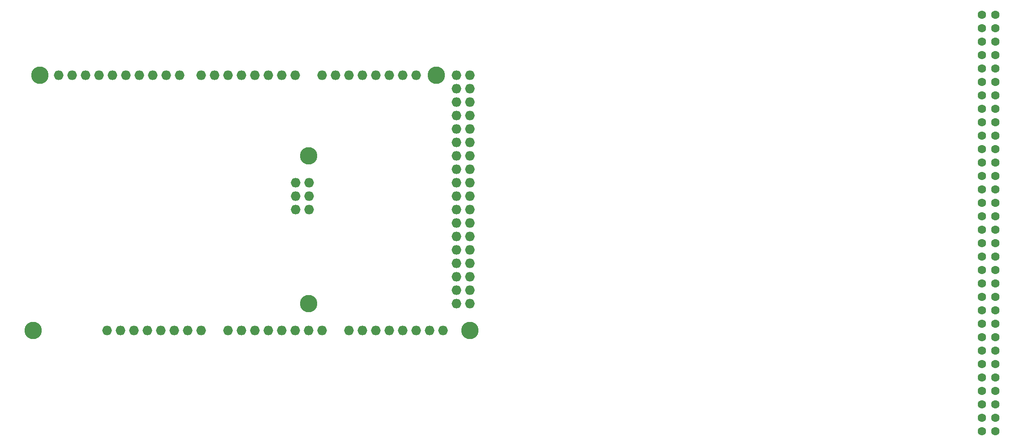
<source format=gbr>
%TF.GenerationSoftware,KiCad,Pcbnew,5.1.6-c6e7f7d~86~ubuntu16.04.1*%
%TF.CreationDate,2020-06-20T04:05:00+01:00*%
%TF.ProjectId,microtan-cassette-pcb,6d696372-6f74-4616-9e2d-636173736574,rev?*%
%TF.SameCoordinates,Original*%
%TF.FileFunction,Soldermask,Top*%
%TF.FilePolarity,Negative*%
%FSLAX46Y46*%
G04 Gerber Fmt 4.6, Leading zero omitted, Abs format (unit mm)*
G04 Created by KiCad (PCBNEW 5.1.6-c6e7f7d~86~ubuntu16.04.1) date 2020-06-20 04:05:00*
%MOMM*%
%LPD*%
G01*
G04 APERTURE LIST*
%ADD10C,1.600000*%
%ADD11O,1.827200X1.827200*%
%ADD12C,3.300000*%
G04 APERTURE END LIST*
D10*
%TO.C,EC1*%
X218186000Y-120904000D03*
X218186000Y-118364000D03*
X218186000Y-115824000D03*
X218186000Y-113284000D03*
X218186000Y-110744000D03*
X218186000Y-108204000D03*
X218186000Y-105664000D03*
X218186000Y-103124000D03*
X218186000Y-100584000D03*
X218186000Y-98044000D03*
X218186000Y-95504000D03*
X218186000Y-92964000D03*
X218186000Y-90424000D03*
X218186000Y-87884000D03*
X218186000Y-85344000D03*
X218186000Y-82804000D03*
X218186000Y-80264000D03*
X218186000Y-77724000D03*
X218186000Y-75184000D03*
X218186000Y-72644000D03*
X218186000Y-70104000D03*
X218186000Y-67564000D03*
X218186000Y-65024000D03*
X218186000Y-62484000D03*
X218186000Y-59944000D03*
X218186000Y-57404000D03*
X218186000Y-54864000D03*
X218186000Y-52324000D03*
X218186000Y-49784000D03*
X218186000Y-47244000D03*
X218186000Y-44704000D03*
X220726000Y-120904000D03*
X220726000Y-118364000D03*
X220726000Y-115824000D03*
X220726000Y-113284000D03*
X220726000Y-110744000D03*
X220726000Y-108204000D03*
X220726000Y-105664000D03*
X220726000Y-103124000D03*
X220726000Y-100584000D03*
X220726000Y-98044000D03*
X220726000Y-95504000D03*
X220726000Y-92964000D03*
X220726000Y-90424000D03*
X220726000Y-87884000D03*
X220726000Y-85344000D03*
X220726000Y-82804000D03*
X220726000Y-80264000D03*
X220726000Y-77724000D03*
X220726000Y-75184000D03*
X220726000Y-72644000D03*
X220726000Y-70104000D03*
X220726000Y-67564000D03*
X220726000Y-65024000D03*
X220726000Y-62484000D03*
X220726000Y-59944000D03*
X220726000Y-57404000D03*
X220726000Y-54864000D03*
X220726000Y-52324000D03*
X220726000Y-49784000D03*
X220726000Y-47244000D03*
X220726000Y-44704000D03*
X218186000Y-42164000D03*
X220726000Y-42164000D03*
%TD*%
D11*
%TO.C,XA1*%
X88519000Y-78994000D03*
X91059000Y-78994000D03*
X91059000Y-76454000D03*
X88519000Y-76454000D03*
X91059000Y-73914000D03*
X75692000Y-101854000D03*
X70612000Y-101854000D03*
X68072000Y-101854000D03*
X65532000Y-101854000D03*
X62992000Y-101854000D03*
X60452000Y-101854000D03*
X57912000Y-101854000D03*
X55372000Y-101854000D03*
X111252000Y-53594000D03*
X108712000Y-53594000D03*
X106172000Y-53594000D03*
X103632000Y-53594000D03*
X101092000Y-53594000D03*
X98552000Y-53594000D03*
X96012000Y-53594000D03*
X93472000Y-53594000D03*
X88392000Y-53594000D03*
X85852000Y-53594000D03*
X83312000Y-53594000D03*
X80772000Y-53594000D03*
X78232000Y-53594000D03*
X75692000Y-53594000D03*
X73152000Y-53594000D03*
X70612000Y-53594000D03*
X51308000Y-53594000D03*
X66548000Y-53594000D03*
X64008000Y-53594000D03*
X61468000Y-53594000D03*
D12*
X90932000Y-96774000D03*
X90932000Y-68834000D03*
X115062000Y-53594000D03*
X40132000Y-53594000D03*
X121412000Y-101854000D03*
X38862000Y-101854000D03*
D11*
X43688000Y-53594000D03*
X46228000Y-53594000D03*
X48768000Y-53594000D03*
X53848000Y-53594000D03*
X56388000Y-53594000D03*
X58928000Y-53594000D03*
X52832000Y-101854000D03*
X78232000Y-101854000D03*
X80772000Y-101854000D03*
X83312000Y-101854000D03*
X85852000Y-101854000D03*
X88392000Y-101854000D03*
X90932000Y-101854000D03*
X93472000Y-101854000D03*
X98552000Y-101854000D03*
X101092000Y-101854000D03*
X103632000Y-101854000D03*
X106172000Y-101854000D03*
X108712000Y-101854000D03*
X111252000Y-101854000D03*
X113792000Y-101854000D03*
X116332000Y-101854000D03*
X118872000Y-53594000D03*
X121412000Y-53594000D03*
X118872000Y-56134000D03*
X121412000Y-56134000D03*
X118872000Y-58674000D03*
X121412000Y-58674000D03*
X118872000Y-61214000D03*
X121412000Y-61214000D03*
X118872000Y-63754000D03*
X121412000Y-63754000D03*
X118872000Y-66294000D03*
X121412000Y-66294000D03*
X118872000Y-68834000D03*
X121412000Y-68834000D03*
X118872000Y-71374000D03*
X121412000Y-71374000D03*
X118872000Y-73914000D03*
X121412000Y-73914000D03*
X118872000Y-76454000D03*
X121412000Y-76454000D03*
X118872000Y-78994000D03*
X121412000Y-78994000D03*
X118872000Y-81534000D03*
X121412000Y-81534000D03*
X118872000Y-84074000D03*
X121412000Y-84074000D03*
X118872000Y-86614000D03*
X121412000Y-86614000D03*
X118872000Y-89154000D03*
X121412000Y-89154000D03*
X118872000Y-91694000D03*
X121412000Y-91694000D03*
X118872000Y-94234000D03*
X121412000Y-94234000D03*
X118872000Y-96774000D03*
X121412000Y-96774000D03*
X88519000Y-73914000D03*
%TD*%
M02*

</source>
